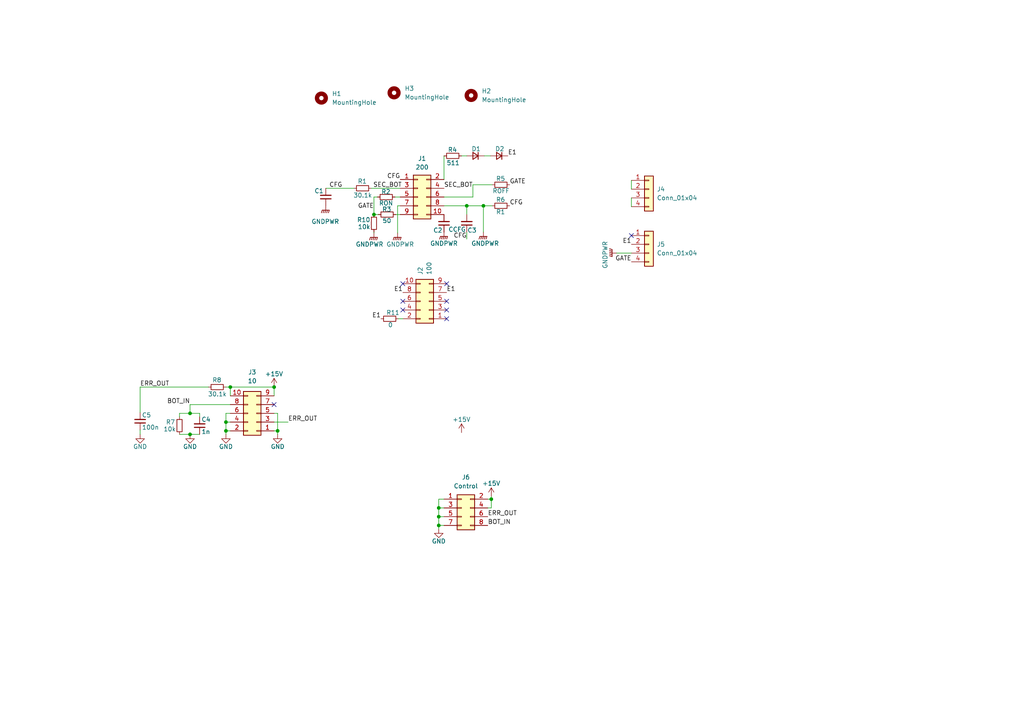
<source format=kicad_sch>
(kicad_sch (version 20211123) (generator eeschema)
  (paper "A4")
  (lib_symbols
    (symbol "Connector_Generic:Conn_01x04" (pin_names (offset 1.016) hide)
      (property "Reference" "J" (at 0 5.08 0))
      (property "Value" "Conn_01x04" (at 0 -7.62 0))
      (symbol "Conn_01x04_1_1"
        (rectangle (start -1.27 -4.953) (end 0 -5.207) (stroke (width 0.1524)))
        (rectangle (start -1.27 -2.413) (end 0 -2.667) (stroke (width 0.1524)))
        (rectangle (start -1.27 0.127) (end 0 -0.127) (stroke (width 0.1524)))
        (rectangle (start -1.27 2.667) (end 0 2.413) (stroke (width 0.1524)))
        (rectangle (start -1.27 3.81) (end 1.27 -6.35) (stroke (width 0.254)) (fill (type background)))
        (pin passive line (at -5.08 2.54 0) (length 3.81) (name "Pin_1") (number "1"))
        (pin passive line (at -5.08 0 0) (length 3.81) (name "Pin_2") (number "2"))
        (pin passive line (at -5.08 -2.54 0) (length 3.81) (name "Pin_3") (number "3"))
        (pin passive line (at -5.08 -5.08 0) (length 3.81) (name "Pin_4") (number "4"))
      )
    )
    (symbol "Connector_Generic:Conn_02x04_Odd_Even" (pin_names (offset 1.016) hide)
      (property "Reference" "J" (at 1.27 5.08 0))
      (property "Value" "Conn_02x04_Odd_Even" (at 1.27 -7.62 0))
      (symbol "Conn_02x04_Odd_Even_1_1"
        (rectangle (start -1.27 -4.953) (end 0 -5.207) (stroke (width 0.1524)))
        (rectangle (start -1.27 -2.413) (end 0 -2.667) (stroke (width 0.1524)))
        (rectangle (start -1.27 0.127) (end 0 -0.127) (stroke (width 0.1524)))
        (rectangle (start -1.27 2.667) (end 0 2.413) (stroke (width 0.1524)))
        (rectangle (start -1.27 3.81) (end 3.81 -6.35) (stroke (width 0.254)) (fill (type background)))
        (rectangle (start 3.81 -4.953) (end 2.54 -5.207) (stroke (width 0.1524)))
        (rectangle (start 3.81 -2.413) (end 2.54 -2.667) (stroke (width 0.1524)))
        (rectangle (start 3.81 0.127) (end 2.54 -0.127) (stroke (width 0.1524)))
        (rectangle (start 3.81 2.667) (end 2.54 2.413) (stroke (width 0.1524)))
        (pin passive line (at -5.08 2.54 0) (length 3.81) (name "Pin_1") (number "1"))
        (pin passive line (at 7.62 2.54 180) (length 3.81) (name "Pin_2") (number "2"))
        (pin passive line (at -5.08 0 0) (length 3.81) (name "Pin_3") (number "3"))
        (pin passive line (at 7.62 0 180) (length 3.81) (name "Pin_4") (number "4"))
        (pin passive line (at -5.08 -2.54 0) (length 3.81) (name "Pin_5") (number "5"))
        (pin passive line (at 7.62 -2.54 180) (length 3.81) (name "Pin_6") (number "6"))
        (pin passive line (at -5.08 -5.08 0) (length 3.81) (name "Pin_7") (number "7"))
        (pin passive line (at 7.62 -5.08 180) (length 3.81) (name "Pin_8") (number "8"))
      )
    )
    (symbol "Connector_Generic:Conn_02x05_Odd_Even" (pin_names (offset 1.016) hide)
      (property "Reference" "J" (at 1.27 7.62 0))
      (property "Value" "Conn_02x05_Odd_Even" (at 1.27 -7.62 0))
      (symbol "Conn_02x05_Odd_Even_1_1"
        (rectangle (start -1.27 -4.953) (end 0 -5.207) (stroke (width 0.1524)))
        (rectangle (start -1.27 -2.413) (end 0 -2.667) (stroke (width 0.1524)))
        (rectangle (start -1.27 0.127) (end 0 -0.127) (stroke (width 0.1524)))
        (rectangle (start -1.27 2.667) (end 0 2.413) (stroke (width 0.1524)))
        (rectangle (start -1.27 5.207) (end 0 4.953) (stroke (width 0.1524)))
        (rectangle (start -1.27 6.35) (end 3.81 -6.35) (stroke (width 0.254)) (fill (type background)))
        (rectangle (start 3.81 -4.953) (end 2.54 -5.207) (stroke (width 0.1524)))
        (rectangle (start 3.81 -2.413) (end 2.54 -2.667) (stroke (width 0.1524)))
        (rectangle (start 3.81 0.127) (end 2.54 -0.127) (stroke (width 0.1524)))
        (rectangle (start 3.81 2.667) (end 2.54 2.413) (stroke (width 0.1524)))
        (rectangle (start 3.81 5.207) (end 2.54 4.953) (stroke (width 0.1524)))
        (pin passive line (at -5.08 5.08 0) (length 3.81) (name "Pin_1") (number "1"))
        (pin passive line (at 7.62 -5.08 180) (length 3.81) (name "Pin_10") (number "10"))
        (pin passive line (at 7.62 5.08 180) (length 3.81) (name "Pin_2") (number "2"))
        (pin passive line (at -5.08 2.54 0) (length 3.81) (name "Pin_3") (number "3"))
        (pin passive line (at 7.62 2.54 180) (length 3.81) (name "Pin_4") (number "4"))
        (pin passive line (at -5.08 0 0) (length 3.81) (name "Pin_5") (number "5"))
        (pin passive line (at 7.62 0 180) (length 3.81) (name "Pin_6") (number "6"))
        (pin passive line (at -5.08 -2.54 0) (length 3.81) (name "Pin_7") (number "7"))
        (pin passive line (at 7.62 -2.54 180) (length 3.81) (name "Pin_8") (number "8"))
        (pin passive line (at -5.08 -5.08 0) (length 3.81) (name "Pin_9") (number "9"))
      )
    )
    (symbol "Device:C_Small" (pin_numbers hide) (pin_names (offset 0.254) hide)
      (property "Reference" "C" (at 0.254 1.778 0))
      (property "Value" "C_Small" (at 0.254 -2.032 0))
      (symbol "C_Small_0_1"
        (polyline (pts (xy -1.524 -0.508) (xy 1.524 -0.508)) (stroke (width 0.3302)))
        (polyline (pts (xy -1.524 0.508) (xy 1.524 0.508)) (stroke (width 0.3048)))
      )
      (symbol "C_Small_1_1"
        (pin passive line (at 0 2.54 270) (length 2.032) (name "~") (number "1"))
        (pin passive line (at 0 -2.54 90) (length 2.032) (name "~") (number "2"))
      )
    )
    (symbol "Device:D_Small" (pin_numbers hide) (pin_names (offset 0.254) hide)
      (property "Reference" "D" (at -1.27 2.032 0))
      (property "Value" "D_Small" (at -3.81 -2.032 0))
      (symbol "D_Small_0_1"
        (polyline (pts (xy -0.762 -1.016) (xy -0.762 1.016)) (stroke (width 0.254)))
        (polyline (pts (xy -0.762 0) (xy 0.762 0)))
        (polyline (pts (xy 0.762 -1.016) (xy -0.762 0) (xy 0.762 1.016) (xy 0.762 -1.016)) (stroke (width 0.254)))
      )
      (symbol "D_Small_1_1"
        (pin passive line (at -2.54 0 0) (length 1.778) (name "K") (number "1"))
        (pin passive line (at 2.54 0 180) (length 1.778) (name "A") (number "2"))
      )
    )
    (symbol "Device:R_Small" (pin_numbers hide) (pin_names (offset 0.254) hide)
      (property "Reference" "R" (at 0.762 0.508 0))
      (property "Value" "R_Small" (at 0.762 -1.016 0))
      (symbol "R_Small_0_1"
        (rectangle (start -0.762 1.778) (end 0.762 -1.778) (stroke (width 0.2032)))
      )
      (symbol "R_Small_1_1"
        (pin passive line (at 0 2.54 270) (length 0.762) (name "~") (number "1"))
        (pin passive line (at 0 -2.54 90) (length 0.762) (name "~") (number "2"))
      )
    )
    (symbol "Mechanical:MountingHole" (pin_names (offset 1.016))
      (property "Reference" "H" (at 0 5.08 0))
      (property "Value" "MountingHole" (at 0 3.175 0))
      (symbol "MountingHole_0_1"
        (circle (center 0 0) (radius 1.27) (stroke (width 1.27)))
      )
    )
    (symbol "power:+15V" (power) (pin_names (offset 0))
      (property "Value" "+15V" (at 0 3.556 0))
      (symbol "+15V_0_1"
        (polyline (pts (xy -0.762 1.27) (xy 0 2.54)))
        (polyline (pts (xy 0 0) (xy 0 2.54)))
        (polyline (pts (xy 0 2.54) (xy 0.762 1.27)))
      )
      (symbol "+15V_1_1"
        (pin power_in line (at 0 0 90) (length 0) hide (name "+15V") (number "1"))
      )
    )
    (symbol "power:GND" (power) (pin_names (offset 0))
      (property "Value" "GND" (at 0 -3.81 0))
      (symbol "GND_0_1"
        (polyline (pts (xy 0 0) (xy 0 -1.27) (xy 1.27 -1.27) (xy 0 -2.54) (xy -1.27 -1.27) (xy 0 -1.27)))
      )
      (symbol "GND_1_1"
        (pin power_in line (at 0 0 270) (length 0) hide (name "GND") (number "1"))
      )
    )
    (symbol "power:GNDPWR" (power) (pin_names (offset 0))
      (property "Value" "GNDPWR" (at 0 -3.302 0))
      (symbol "GNDPWR_0_1"
        (polyline (pts (xy 0 -1.27) (xy 0 0)))
        (polyline (pts (xy -1.016 -1.27) (xy -1.27 -2.032) (xy -1.27 -2.032)) (stroke (width 0.2032)))
        (polyline (pts (xy -0.508 -1.27) (xy -0.762 -2.032) (xy -0.762 -2.032)) (stroke (width 0.2032)))
        (polyline (pts (xy 0 -1.27) (xy -0.254 -2.032) (xy -0.254 -2.032)) (stroke (width 0.2032)))
        (polyline (pts (xy 0.508 -1.27) (xy 0.254 -2.032) (xy 0.254 -2.032)) (stroke (width 0.2032)))
        (polyline (pts (xy 1.016 -1.27) (xy -1.016 -1.27) (xy -1.016 -1.27)) (stroke (width 0.2032)))
        (polyline (pts (xy 1.016 -1.27) (xy 0.762 -2.032) (xy 0.762 -2.032) (xy 0.762 -2.032)) (stroke (width 0.2032)))
      )
      (symbol "GNDPWR_1_1"
        (pin power_in line (at 0 0 270) (length 0) hide (name "GNDPWR") (number "1"))
      )
    )
  )
  (junction (at 135.382 59.69))
  (junction (at 127.254 147.32))
  (junction (at 108.458 62.23))
  (junction (at 65.532 122.428))
  (junction (at 80.518 124.968))
  (junction (at 140.208 59.69))
  (junction (at 55.118 119.888))
  (junction (at 127.254 152.4))
  (junction (at 127.254 149.86))
  (junction (at 65.532 124.968))
  (junction (at 66.802 112.268))
  (junction (at 55.118 125.984))
  (junction (at 79.502 112.268))
  (junction (at 142.494 144.78))
  (no_connect (at 79.502 117.348))
  (no_connect (at 183.134 68.326))
  (no_connect (at 129.54 82.296))
  (no_connect (at 129.54 89.916))
  (no_connect (at 129.54 92.456))
  (no_connect (at 129.54 87.376))
  (no_connect (at 116.84 82.296))
  (no_connect (at 116.84 87.376))
  (no_connect (at 116.84 89.916))
  (wire (pts (xy 115.316 59.69) (xy 115.316 67.564)))
  (wire (pts (xy 65.532 122.428) (xy 65.532 124.968)))
  (wire (pts (xy 133.858 45.212) (xy 135.382 45.212)))
  (wire (pts (xy 128.778 52.07) (xy 128.778 45.212)))
  (wire (pts (xy 55.118 117.348) (xy 66.802 117.348)))
  (wire (pts (xy 55.118 117.348) (xy 55.118 119.888)))
  (wire (pts (xy 142.494 144.78) (xy 142.494 144.018)))
  (wire (pts (xy 137.16 53.594) (xy 137.16 57.15)))
  (wire (pts (xy 141.478 147.32) (xy 142.494 147.32)))
  (wire (pts (xy 40.64 112.268) (xy 60.452 112.268)))
  (wire (pts (xy 65.532 112.268) (xy 66.802 112.268)))
  (wire (pts (xy 183.134 57.404) (xy 183.134 59.944)))
  (wire (pts (xy 127.254 149.86) (xy 127.254 152.4)))
  (wire (pts (xy 40.64 125.984) (xy 40.64 124.714)))
  (wire (pts (xy 135.382 59.69) (xy 140.208 59.69)))
  (wire (pts (xy 183.134 52.324) (xy 183.134 54.864)))
  (wire (pts (xy 135.382 67.31) (xy 135.382 69.342)))
  (wire (pts (xy 65.532 125.984) (xy 65.532 124.968)))
  (wire (pts (xy 79.502 122.428) (xy 83.566 122.428)))
  (wire (pts (xy 66.802 122.428) (xy 65.532 122.428)))
  (wire (pts (xy 79.502 112.268) (xy 79.502 114.808)))
  (wire (pts (xy 178.816 73.406) (xy 183.134 73.406)))
  (wire (pts (xy 127.254 144.78) (xy 127.254 147.32)))
  (wire (pts (xy 140.208 59.69) (xy 142.748 59.69)))
  (wire (pts (xy 55.118 119.888) (xy 57.912 119.888)))
  (wire (pts (xy 128.778 149.86) (xy 127.254 149.86)))
  (wire (pts (xy 141.478 144.78) (xy 142.494 144.78)))
  (wire (pts (xy 80.518 119.888) (xy 80.518 124.968)))
  (wire (pts (xy 108.458 67.31) (xy 108.458 67.564)))
  (wire (pts (xy 127.254 152.4) (xy 128.778 152.4)))
  (wire (pts (xy 55.118 125.984) (xy 57.912 125.984)))
  (wire (pts (xy 57.912 119.888) (xy 57.912 120.904)))
  (wire (pts (xy 52.07 119.888) (xy 55.118 119.888)))
  (wire (pts (xy 52.07 125.984) (xy 55.118 125.984)))
  (wire (pts (xy 127.254 147.32) (xy 127.254 149.86)))
  (wire (pts (xy 108.458 57.15) (xy 108.458 62.23)))
  (wire (pts (xy 137.16 57.15) (xy 128.778 57.15)))
  (wire (pts (xy 108.458 62.23) (xy 109.728 62.23)))
  (wire (pts (xy 142.494 147.32) (xy 142.494 144.78)))
  (wire (pts (xy 66.802 114.808) (xy 66.802 112.268)))
  (wire (pts (xy 115.57 92.456) (xy 116.84 92.456)))
  (wire (pts (xy 107.696 54.61) (xy 116.078 54.61)))
  (wire (pts (xy 79.502 119.888) (xy 80.518 119.888)))
  (wire (pts (xy 135.382 59.69) (xy 135.382 62.23)))
  (wire (pts (xy 128.778 144.78) (xy 127.254 144.78)))
  (wire (pts (xy 66.802 119.888) (xy 65.532 119.888)))
  (wire (pts (xy 114.554 57.15) (xy 116.078 57.15)))
  (wire (pts (xy 80.518 124.968) (xy 80.518 125.984)))
  (wire (pts (xy 140.462 45.212) (xy 142.24 45.212)))
  (wire (pts (xy 128.778 147.32) (xy 127.254 147.32)))
  (wire (pts (xy 40.64 119.634) (xy 40.64 112.268)))
  (wire (pts (xy 127.254 153.416) (xy 127.254 152.4)))
  (wire (pts (xy 140.208 59.69) (xy 140.208 67.31)))
  (wire (pts (xy 52.07 120.904) (xy 52.07 119.888)))
  (wire (pts (xy 65.532 119.888) (xy 65.532 122.428)))
  (wire (pts (xy 116.078 59.69) (xy 115.316 59.69)))
  (wire (pts (xy 94.488 54.61) (xy 102.616 54.61)))
  (wire (pts (xy 109.474 57.15) (xy 108.458 57.15)))
  (wire (pts (xy 79.502 124.968) (xy 80.518 124.968)))
  (wire (pts (xy 114.808 62.23) (xy 116.078 62.23)))
  (wire (pts (xy 142.748 53.594) (xy 137.16 53.594)))
  (wire (pts (xy 128.778 59.69) (xy 135.382 59.69)))
  (wire (pts (xy 65.532 124.968) (xy 66.802 124.968)))
  (wire (pts (xy 66.802 112.268) (xy 79.502 112.268)))
  (label "ERR_OUT" (at 83.566 122.428 0))
  (label "E1" (at 147.32 45.212 0))
  (label "ERR_OUT" (at 40.64 112.268 0))
  (label "BOT_IN" (at 55.118 117.348 180))
  (label "CFG" (at 147.828 59.69 0))
  (label "GATE" (at 108.458 60.706 180))
  (label "BOT_IN" (at 141.478 152.4 0))
  (label "ERR_OUT" (at 141.478 149.86 0))
  (label "CFG" (at 99.314 54.61 180))
  (label "CFG" (at 116.078 52.07 180))
  (label "E1" (at 116.84 84.836 180))
  (label "GATE" (at 147.828 53.594 0))
  (label "E1" (at 110.49 92.456 180))
  (label "SEC_BOT" (at 108.204 54.61 0))
  (label "GATE" (at 183.134 75.946 180))
  (label "E1" (at 129.54 84.836 0))
  (label "E1" (at 183.134 70.866 180))
  (label "CFG" (at 135.382 69.342 180))
  (label "SEC_BOT" (at 128.778 54.61 0))
  (symbol (lib_id "Device:C_Small") (at 94.488 57.15 180) (unit 1)
    (property "Reference" "C1" (at 91.186 55.372 0) (effects (justify right)))
    (property "Value" "C_Small" (effects hide))
    (property "Footprint" "Capacitor_SMD:C_0805_2012Metric_Pad1.18x1.45mm_HandSolder" (effects hide))
  )
  (symbol (lib_id "Connector_Generic:Conn_02x05_Odd_Even") (at 121.158 57.15 0) (unit 1)
    (property "Reference" "J1" (at 122.428 45.974 0))
    (property "Value" "200" (at 122.428 48.514 0))
    (property "Footprint" "Connector_PinSocket_2.54mm:PinSocket_2x05_P2.54mm_Vertical" (effects hide))
  )
  (symbol (lib_id "Device:C_Small") (at 57.912 123.444 180) (unit 1)
    (property "Reference" "C4" (at 58.42 121.666 0) (effects (justify right)))
    (property "Value" "1n" (at 58.42 125.222 0) (effects (justify right)))
    (property "Footprint" "Capacitor_SMD:C_0805_2012Metric_Pad1.18x1.45mm_HandSolder" (effects hide))
  )
  (symbol (lib_id "Mechanical:MountingHole") (at 136.652 27.686 0) (unit 1)
    (property "Reference" "H2" (at 139.7 26.4159 0) (effects (justify left)))
    (property "Value" "MountingHole" (at 139.7 28.9559 0) (effects (justify left)))
    (property "Footprint" "MountingHole:MountingHole_3.2mm_M3" (effects hide))
  )
  (symbol (lib_id "power:GNDPWR") (at 178.816 73.406 270) (unit 1)
    (property "Reference" "#PWR0103" (effects hide))
    (property "Value" "GNDPWR" (at 175.514 73.914 0))
  )
  (symbol (lib_id "Device:R_Small") (at 131.318 45.212 90) (unit 1)
    (property "Reference" "R4" (at 132.588 43.434 90) (effects (justify left)))
    (property "Value" "511" (at 133.35 47.244 90) (effects (justify left)))
    (property "Footprint" "Resistor_SMD:R_2512_6332Metric_Pad1.40x3.35mm_HandSolder" (effects hide))
  )
  (symbol (lib_id "power:GNDPWR") (at 128.778 67.31 0) (unit 1)
    (property "Reference" "#PWR02" (effects hide))
    (property "Value" "GNDPWR" (at 128.778 70.612 0))
  )
  (symbol (lib_id "Mechanical:MountingHole") (at 114.3 26.924 0) (unit 1)
    (property "Reference" "H3" (at 117.348 25.6539 0) (effects (justify left)))
    (property "Value" "MountingHole" (at 117.348 28.1939 0) (effects (justify left)))
    (property "Footprint" "MountingHole:MountingHole_3.2mm_M3" (effects hide))
  )
  (symbol (lib_id "Device:R_Small") (at 52.07 123.444 180) (unit 1)
    (property "Reference" "R7" (at 50.8 122.428 0) (effects (justify left)))
    (property "Value" "10k" (at 51.054 124.46 0) (effects (justify left)))
    (property "Footprint" "Resistor_SMD:R_2512_6332Metric_Pad1.40x3.35mm_HandSolder" (effects hide))
  )
  (symbol (lib_id "Connector_Generic:Conn_02x04_Odd_Even") (at 133.858 147.32 0) (unit 1)
    (property "Reference" "J6" (at 135.128 138.43 0))
    (property "Value" "Control" (at 135.128 140.97 0))
    (property "Footprint" "Connector_IDC:IDC-Header_2x04_P2.54mm_Vertical" (effects hide))
  )
  (symbol (lib_id "power:GNDPWR") (at 140.208 67.31 0) (unit 1)
    (property "Reference" "#PWR03" (effects hide))
    (property "Value" "GNDPWR" (at 140.716 70.612 0))
  )
  (symbol (lib_id "power:GND") (at 55.118 125.984 0) (unit 1)
    (property "Reference" "#PWR05" (effects hide))
    (property "Value" "GND" (at 55.118 129.54 0))
  )
  (symbol (lib_id "power:+15V") (at 79.502 112.268 0) (unit 1)
    (property "Reference" "#PWR0104" (effects hide))
    (property "Value" "+15V" (at 79.502 108.458 0))
  )
  (symbol (lib_id "Device:R_Small") (at 105.156 54.61 90) (unit 1)
    (property "Reference" "R1" (at 106.426 52.578 90) (effects (justify left)))
    (property "Value" "30.1k" (at 107.95 56.642 90) (effects (justify left)))
    (property "Footprint" "Resistor_SMD:R_2512_6332Metric_Pad1.40x3.35mm_HandSolder" (effects hide))
  )
  (symbol (lib_id "Device:R_Small") (at 62.992 112.268 90) (unit 1)
    (property "Reference" "R8" (at 64.262 110.236 90) (effects (justify left)))
    (property "Value" "30.1k" (at 65.786 114.3 90) (effects (justify left)))
    (property "Footprint" "Resistor_SMD:R_2512_6332Metric_Pad1.40x3.35mm_HandSolder" (effects hide))
  )
  (symbol (lib_id "power:GND") (at 80.518 125.984 0) (unit 1)
    (property "Reference" "#PWR07" (effects hide))
    (property "Value" "GND" (at 78.486 129.54 0) (effects (justify left)))
  )
  (symbol (lib_id "Device:C_Small") (at 135.382 64.77 180) (unit 1)
    (property "Reference" "C3" (at 136.906 66.802 0))
    (property "Value" "CCFG" (at 132.588 66.548 0))
    (property "Footprint" "Capacitor_SMD:C_0805_2012Metric_Pad1.18x1.45mm_HandSolder" (effects hide))
  )
  (symbol (lib_id "Device:C_Small") (at 128.778 64.77 180) (unit 1)
    (property "Reference" "C2" (at 127 66.802 0))
    (property "Value" "C_Small" (effects hide))
    (property "Footprint" "Capacitor_SMD:C_0805_2012Metric_Pad1.18x1.45mm_HandSolder" (effects hide))
  )
  (symbol (lib_id "Device:R_Small") (at 112.014 57.15 90) (unit 1)
    (property "Reference" "R2" (at 113.284 55.626 90) (effects (justify left)))
    (property "Value" "RON" (at 114.046 58.928 90) (effects (justify left)))
    (property "Footprint" "Resistor_SMD:R_2512_6332Metric_Pad1.40x3.35mm_HandSolder" (effects hide))
  )
  (symbol (lib_id "Connector_Generic:Conn_02x05_Odd_Even") (at 74.422 119.888 180) (unit 1)
    (property "Reference" "J3" (at 73.152 107.95 0))
    (property "Value" "10" (at 73.152 110.49 0))
    (property "Footprint" "Connector_PinSocket_2.54mm:PinSocket_2x05_P2.54mm_Vertical" (effects hide))
  )
  (symbol (lib_id "power:GNDPWR") (at 115.316 67.564 0) (unit 1)
    (property "Reference" "#PWR0101" (effects hide))
    (property "Value" "GNDPWR" (at 116.078 70.866 0))
  )
  (symbol (lib_id "Device:D_Small") (at 144.78 45.212 180) (unit 1)
    (property "Reference" "D2" (at 146.304 43.18 0) (effects (justify left)))
    (property "Value" "D_Small" (effects hide))
    (property "Footprint" "Diode_SMD:D_SMA_Handsoldering" (effects hide))
  )
  (symbol (lib_id "power:GND") (at 65.532 125.984 0) (unit 1)
    (property "Reference" "#PWR06" (effects hide))
    (property "Value" "GND" (at 65.532 129.54 0))
  )
  (symbol (lib_id "Device:R_Small") (at 145.288 59.69 90) (unit 1)
    (property "Reference" "R6" (at 146.558 57.912 90) (effects (justify left)))
    (property "Value" "R1" (at 146.558 61.468 90) (effects (justify left)))
    (property "Footprint" "Resistor_SMD:R_2512_6332Metric_Pad1.40x3.35mm_HandSolder" (effects hide))
  )
  (symbol (lib_id "Connector_Generic:Conn_01x04") (at 188.214 54.864 0) (unit 1)
    (property "Reference" "J4" (at 190.5 54.8639 0) (effects (justify left)))
    (property "Value" "Conn_01x04" (at 190.5 57.4039 0) (effects (justify left)))
    (property "Footprint" "IGBT_Modul:IGBT_Control" (effects hide))
  )
  (symbol (lib_id "Device:R_Small") (at 108.458 64.77 180) (unit 1)
    (property "Reference" "R10" (at 107.442 63.754 0) (effects (justify left)))
    (property "Value" "10k" (at 107.442 65.786 0) (effects (justify left)))
    (property "Footprint" "Resistor_SMD:R_2512_6332Metric_Pad1.40x3.35mm_HandSolder" (effects hide))
  )
  (symbol (lib_id "power:GNDPWR") (at 94.488 59.69 0) (unit 1)
    (property "Reference" "#PWR01" (effects hide))
    (property "Value" "GNDPWR" (at 94.361 64.262 0))
  )
  (symbol (lib_id "power:+15V") (at 142.494 144.018 0) (unit 1)
    (property "Reference" "#PWR010" (effects hide))
    (property "Value" "+15V" (at 142.494 140.208 0))
  )
  (symbol (lib_id "Device:R_Small") (at 112.268 62.23 90) (unit 1)
    (property "Reference" "R3" (at 113.538 60.706 90) (effects (justify left)))
    (property "Value" "50" (at 113.538 64.008 90) (effects (justify left)))
    (property "Footprint" "Resistor_SMD:R_2512_6332Metric_Pad1.40x3.35mm_HandSolder" (effects hide))
  )
  (symbol (lib_id "Device:C_Small") (at 40.64 122.174 180) (unit 1)
    (property "Reference" "C5" (at 41.148 120.396 0) (effects (justify right)))
    (property "Value" "100n" (at 41.148 123.952 0) (effects (justify right)))
    (property "Footprint" "Capacitor_SMD:C_0805_2012Metric_Pad1.18x1.45mm_HandSolder" (effects hide))
  )
  (symbol (lib_id "power:GNDPWR") (at 108.458 67.564 0) (unit 1)
    (property "Reference" "#PWR0102" (effects hide))
    (property "Value" "GNDPWR" (at 107.188 70.866 0))
  )
  (symbol (lib_id "Device:D_Small") (at 137.922 45.212 180) (unit 1)
    (property "Reference" "D1" (at 139.446 43.18 0) (effects (justify left)))
    (property "Value" "D_Small" (effects hide))
    (property "Footprint" "Diode_SMD:D_SMA_Handsoldering" (effects hide))
  )
  (symbol (lib_id "power:+15V") (at 133.858 125.476 0) (unit 1)
    (property "Reference" "#PWR09" (effects hide))
    (property "Value" "+15V" (at 133.858 121.666 0))
  )
  (symbol (lib_id "Device:R_Small") (at 145.288 53.594 90) (unit 1)
    (property "Reference" "R5" (at 146.558 51.816 90) (effects (justify left)))
    (property "Value" "ROFF" (at 147.828 55.372 90) (effects (justify left)))
    (property "Footprint" "Resistor_SMD:R_2512_6332Metric_Pad1.40x3.35mm_HandSolder" (effects hide))
  )
  (symbol (lib_id "power:GND") (at 40.64 125.984 0) (unit 1)
    (property "Reference" "#PWR04" (effects hide))
    (property "Value" "GND" (at 40.64 129.54 0))
  )
  (symbol (lib_id "Connector_Generic:Conn_01x04") (at 188.214 70.866 0) (unit 1)
    (property "Reference" "J5" (at 190.5 70.8659 0) (effects (justify left)))
    (property "Value" "Conn_01x04" (at 190.5 73.4059 0) (effects (justify left)))
    (property "Footprint" "IGBT_Modul:IGBT_Control" (effects hide))
  )
  (symbol (lib_id "Device:R_Small") (at 113.03 92.456 270) (unit 1)
    (property "Reference" "R11" (at 112.014 90.678 90) (effects (justify left)))
    (property "Value" "0" (at 112.522 94.234 90) (effects (justify left)))
    (property "Footprint" "Resistor_SMD:R_2512_6332Metric_Pad1.40x3.35mm_HandSolder" (effects hide))
  )
  (symbol (lib_id "Mechanical:MountingHole") (at 93.218 28.448 0) (unit 1)
    (property "Reference" "H1" (at 96.266 27.1779 0) (effects (justify left)))
    (property "Value" "MountingHole" (at 96.266 29.7179 0) (effects (justify left)))
    (property "Footprint" "MountingHole:MountingHole_3.2mm_M3" (effects hide))
  )
  (symbol (lib_id "Connector_Generic:Conn_02x05_Odd_Even") (at 124.46 87.376 180) (unit 1)
    (property "Reference" "J2" (at 121.9199 79.756 90) (effects (justify right)))
    (property "Value" "100" (at 124.4599 79.756 90) (effects (justify right)))
    (property "Footprint" "Connector_PinSocket_2.54mm:PinSocket_2x05_P2.54mm_Vertical" (effects hide))
  )
  (symbol (lib_id "power:GND") (at 127.254 153.416 0) (unit 1)
    (property "Reference" "#PWR08" (effects hide))
    (property "Value" "GND" (at 125.222 156.972 0) (effects (justify left)))
  )
)
</source>
